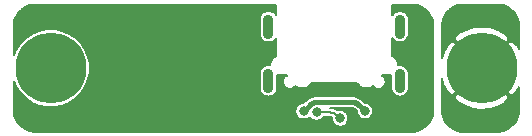
<source format=gbr>
G04 #@! TF.GenerationSoftware,KiCad,Pcbnew,(5.1.4)-1*
G04 #@! TF.CreationDate,2021-08-26T02:32:56-07:00*
G04 #@! TF.ProjectId,dboard,64626f61-7264-42e6-9b69-6361645f7063,rev?*
G04 #@! TF.SameCoordinates,Original*
G04 #@! TF.FileFunction,Copper,L1,Top*
G04 #@! TF.FilePolarity,Positive*
%FSLAX46Y46*%
G04 Gerber Fmt 4.6, Leading zero omitted, Abs format (unit mm)*
G04 Created by KiCad (PCBNEW (5.1.4)-1) date 2021-08-26 02:32:56*
%MOMM*%
%LPD*%
G04 APERTURE LIST*
%ADD10O,0.900000X2.050000*%
%ADD11C,0.800000*%
%ADD12C,6.000000*%
%ADD13C,0.400000*%
%ADD14C,0.200000*%
G04 APERTURE END LIST*
D10*
X-5575000Y-6830000D03*
X5575000Y-6830000D03*
X-5575000Y-2230000D03*
X5575000Y-2230000D03*
D11*
X10873654Y-4123654D03*
X12500000Y-3450000D03*
X14126346Y-4123654D03*
X14800000Y-5750000D03*
X14126346Y-7376346D03*
X12500000Y-8050000D03*
X10873654Y-7376346D03*
X10200000Y-5750000D03*
D12*
X12500000Y-5750000D03*
D11*
X-25626346Y-7376346D03*
X-24000000Y-8050000D03*
X-22373654Y-7376346D03*
X-21700000Y-5750000D03*
X-22373654Y-4123654D03*
X-24000000Y-3450000D03*
X-25626346Y-4123654D03*
X-26300000Y-5750000D03*
D12*
X-24000000Y-5750000D03*
D11*
X-4100000Y-8400000D03*
X4100000Y-8400000D03*
X-11200000Y-10300000D03*
X-13600000Y-4600000D03*
X-13800000Y-6600000D03*
X-10900000Y-2000000D03*
X-18500000Y-4600000D03*
X-18500000Y-8800000D03*
X-2600000Y-9400000D03*
X2600000Y-9400000D03*
X-1500000Y-9500000D03*
X500000Y-10000000D03*
D13*
X3782842Y-8082842D02*
X4100000Y-8400000D01*
X3782842Y-8082842D02*
X3748514Y-8050159D01*
X3748514Y-8050159D02*
X3712623Y-8019199D01*
X3712623Y-8019199D02*
X3675257Y-7990039D01*
X3675257Y-7990039D02*
X3636505Y-7962746D01*
X3636505Y-7962746D02*
X3596461Y-7937388D01*
X3596461Y-7937388D02*
X3555220Y-7914026D01*
X3555220Y-7914026D02*
X3512883Y-7892715D01*
X3512883Y-7892715D02*
X3469551Y-7873507D01*
X3469551Y-7873507D02*
X3425329Y-7856449D01*
X3425329Y-7856449D02*
X3380323Y-7841581D01*
X3380323Y-7841581D02*
X3334642Y-7828939D01*
X3334642Y-7828939D02*
X3288395Y-7818554D01*
X3288395Y-7818554D02*
X3241695Y-7810451D01*
X3241695Y-7810451D02*
X3194653Y-7804649D01*
X3194653Y-7804649D02*
X3147383Y-7801162D01*
X3147383Y-7801162D02*
X3100000Y-7800000D01*
X-3782842Y-8082842D02*
X-4100000Y-8400000D01*
X-3782842Y-8082842D02*
X-3748514Y-8050159D01*
X-3748514Y-8050159D02*
X-3712623Y-8019199D01*
X-3712623Y-8019199D02*
X-3675257Y-7990039D01*
X-3675257Y-7990039D02*
X-3636505Y-7962746D01*
X-3636505Y-7962746D02*
X-3596461Y-7937388D01*
X-3596461Y-7937388D02*
X-3555220Y-7914026D01*
X-3555220Y-7914026D02*
X-3512883Y-7892715D01*
X-3512883Y-7892715D02*
X-3469551Y-7873507D01*
X-3469551Y-7873507D02*
X-3425329Y-7856449D01*
X-3425329Y-7856449D02*
X-3380323Y-7841581D01*
X-3380323Y-7841581D02*
X-3334642Y-7828939D01*
X-3334642Y-7828939D02*
X-3288395Y-7818554D01*
X-3288395Y-7818554D02*
X-3241695Y-7810451D01*
X-3241695Y-7810451D02*
X-3194653Y-7804649D01*
X-3194653Y-7804649D02*
X-3147383Y-7801162D01*
X-3147383Y-7801162D02*
X-3100000Y-7800000D01*
X-3100000Y-7800000D02*
X3100000Y-7800000D01*
X-5434314Y-9734314D02*
X-4100000Y-8400000D01*
X-5434314Y-9734314D02*
X-5502970Y-9799680D01*
X-5502970Y-9799680D02*
X-5574750Y-9861598D01*
X-5574750Y-9861598D02*
X-5649483Y-9919920D01*
X-5649483Y-9919920D02*
X-5726987Y-9974504D01*
X-5726987Y-9974504D02*
X-5807076Y-10025220D01*
X-5807076Y-10025220D02*
X-5889557Y-10071945D01*
X-5889557Y-10071945D02*
X-5974232Y-10114567D01*
X-5974232Y-10114567D02*
X-6060896Y-10152982D01*
X-6060896Y-10152982D02*
X-6149340Y-10187099D01*
X-6149340Y-10187099D02*
X-6239352Y-10216835D01*
X-6239352Y-10216835D02*
X-6330714Y-10242118D01*
X-6330714Y-10242118D02*
X-6423208Y-10262888D01*
X-6423208Y-10262888D02*
X-6516608Y-10279095D01*
X-6516608Y-10279095D02*
X-6610692Y-10290699D01*
X-6610692Y-10290699D02*
X-6705232Y-10297673D01*
X-6705232Y-10297673D02*
X-6800000Y-10300000D01*
X-6800000Y-10300000D02*
X-11200000Y-10300000D01*
X2082842Y-8882842D02*
X2600000Y-9400000D01*
X2082842Y-8882842D02*
X2048514Y-8850159D01*
X2048514Y-8850159D02*
X2012623Y-8819199D01*
X2012623Y-8819199D02*
X1975257Y-8790039D01*
X1975257Y-8790039D02*
X1936505Y-8762746D01*
X1936505Y-8762746D02*
X1896461Y-8737388D01*
X1896461Y-8737388D02*
X1855220Y-8714026D01*
X1855220Y-8714026D02*
X1812883Y-8692715D01*
X1812883Y-8692715D02*
X1769551Y-8673507D01*
X1769551Y-8673507D02*
X1725329Y-8656449D01*
X1725329Y-8656449D02*
X1680323Y-8641581D01*
X1680323Y-8641581D02*
X1634642Y-8628939D01*
X1634642Y-8628939D02*
X1588395Y-8618554D01*
X1588395Y-8618554D02*
X1541695Y-8610451D01*
X1541695Y-8610451D02*
X1494653Y-8604649D01*
X1494653Y-8604649D02*
X1447383Y-8601162D01*
X1447383Y-8601162D02*
X1400000Y-8600000D01*
X-2082842Y-8882842D02*
X-2600000Y-9400000D01*
X-2082842Y-8882842D02*
X-2048514Y-8850159D01*
X-2048514Y-8850159D02*
X-2012623Y-8819199D01*
X-2012623Y-8819199D02*
X-1975257Y-8790039D01*
X-1975257Y-8790039D02*
X-1936505Y-8762746D01*
X-1936505Y-8762746D02*
X-1896461Y-8737388D01*
X-1896461Y-8737388D02*
X-1855220Y-8714026D01*
X-1855220Y-8714026D02*
X-1812883Y-8692715D01*
X-1812883Y-8692715D02*
X-1769551Y-8673507D01*
X-1769551Y-8673507D02*
X-1725329Y-8656449D01*
X-1725329Y-8656449D02*
X-1680323Y-8641581D01*
X-1680323Y-8641581D02*
X-1634642Y-8628939D01*
X-1634642Y-8628939D02*
X-1588395Y-8618554D01*
X-1588395Y-8618554D02*
X-1541695Y-8610451D01*
X-1541695Y-8610451D02*
X-1494653Y-8604649D01*
X-1494653Y-8604649D02*
X-1447383Y-8601162D01*
X-1447383Y-8601162D02*
X-1400000Y-8600000D01*
X-1400000Y-8600000D02*
X1400000Y-8600000D01*
D14*
X-400000Y-9500000D02*
X-1500000Y-9500000D01*
X-400000Y-9500000D02*
X-352616Y-9501163D01*
X-352616Y-9501163D02*
X-305346Y-9504650D01*
X-305346Y-9504650D02*
X-258304Y-9510452D01*
X-258304Y-9510452D02*
X-211604Y-9518555D01*
X-211604Y-9518555D02*
X-165357Y-9528940D01*
X-165357Y-9528940D02*
X-119676Y-9541582D01*
X-119676Y-9541582D02*
X-74670Y-9556449D01*
X-74670Y-9556449D02*
X-30448Y-9573508D01*
X-30448Y-9573508D02*
X12883Y-9592716D01*
X12883Y-9592716D02*
X55220Y-9614026D01*
X55220Y-9614026D02*
X96460Y-9637389D01*
X96460Y-9637389D02*
X136505Y-9662747D01*
X136505Y-9662747D02*
X175257Y-9690039D01*
X175257Y-9690039D02*
X212623Y-9719200D01*
X212623Y-9719200D02*
X248513Y-9750159D01*
X248513Y-9750159D02*
X282842Y-9782842D01*
X282842Y-9782842D02*
X500000Y-10000000D01*
G36*
X-4924999Y-1280051D02*
G01*
X-4948381Y-1236307D01*
X-5042105Y-1122105D01*
X-5156308Y-1028381D01*
X-5286600Y-958739D01*
X-5427975Y-915853D01*
X-5575000Y-901372D01*
X-5722026Y-915853D01*
X-5863401Y-958739D01*
X-5993693Y-1028381D01*
X-6107895Y-1122105D01*
X-6201619Y-1236308D01*
X-6271261Y-1366600D01*
X-6314147Y-1507975D01*
X-6325000Y-1618166D01*
X-6324999Y-2841835D01*
X-6314146Y-2952026D01*
X-6271260Y-3093401D01*
X-6201618Y-3223693D01*
X-6107894Y-3337895D01*
X-5993692Y-3431619D01*
X-5863400Y-3501261D01*
X-5722025Y-3544147D01*
X-5575000Y-3558628D01*
X-5427974Y-3544147D01*
X-5286599Y-3501261D01*
X-5156307Y-3431619D01*
X-5042105Y-3337895D01*
X-4948381Y-3223693D01*
X-4925000Y-3179949D01*
X-4925000Y-4710396D01*
X-4927628Y-4711817D01*
X-5013141Y-4758828D01*
X-5041203Y-4778042D01*
X-5069496Y-4796840D01*
X-5073531Y-4800178D01*
X-5148283Y-4862903D01*
X-5172071Y-4887195D01*
X-5196178Y-4911134D01*
X-5199487Y-4915191D01*
X-5260633Y-4991241D01*
X-5279244Y-5019682D01*
X-5298250Y-5047859D01*
X-5300708Y-5052482D01*
X-5345919Y-5138961D01*
X-5358677Y-5170539D01*
X-5371820Y-5201805D01*
X-5373334Y-5206818D01*
X-5400886Y-5300429D01*
X-5407259Y-5333837D01*
X-5414089Y-5367111D01*
X-5414601Y-5372322D01*
X-5423445Y-5469505D01*
X-5423207Y-5503529D01*
X-5423303Y-5517270D01*
X-5427975Y-5515853D01*
X-5575000Y-5501372D01*
X-5722026Y-5515853D01*
X-5863401Y-5558739D01*
X-5993693Y-5628381D01*
X-6107895Y-5722105D01*
X-6201619Y-5836308D01*
X-6271261Y-5966600D01*
X-6314147Y-6107975D01*
X-6325000Y-6218166D01*
X-6324999Y-7441835D01*
X-6314146Y-7552026D01*
X-6271260Y-7693401D01*
X-6201618Y-7823693D01*
X-6107894Y-7937895D01*
X-5993692Y-8031619D01*
X-5863400Y-8101261D01*
X-5722025Y-8144147D01*
X-5575000Y-8158628D01*
X-5427974Y-8144147D01*
X-5286599Y-8101261D01*
X-5156307Y-8031619D01*
X-5042105Y-7937895D01*
X-4948381Y-7823693D01*
X-4878739Y-7693401D01*
X-4835853Y-7552026D01*
X-4825000Y-7441835D01*
X-4825000Y-6328490D01*
X-4755505Y-6349472D01*
X-4722176Y-6356072D01*
X-4688916Y-6363141D01*
X-4683715Y-6363687D01*
X-4683712Y-6363688D01*
X-4683709Y-6363688D01*
X-4587092Y-6373161D01*
X-4568419Y-6375000D01*
X-4026271Y-6375000D01*
X-4034207Y-6378287D01*
X-4132478Y-6443950D01*
X-4216050Y-6527522D01*
X-4281713Y-6625793D01*
X-4326942Y-6734986D01*
X-4350000Y-6850905D01*
X-4350000Y-6969095D01*
X-4326942Y-7085014D01*
X-4281713Y-7194207D01*
X-4216050Y-7292478D01*
X-4132478Y-7376050D01*
X-4034207Y-7441713D01*
X-3925014Y-7486942D01*
X-3809095Y-7510000D01*
X-3690905Y-7510000D01*
X-3574986Y-7486942D01*
X-3465793Y-7441713D01*
X-3367522Y-7376050D01*
X-3283950Y-7292478D01*
X-3265564Y-7264961D01*
X-3208759Y-7310633D01*
X-3180318Y-7329244D01*
X-3152141Y-7348250D01*
X-3147518Y-7350709D01*
X-3061038Y-7395919D01*
X-3029486Y-7408667D01*
X-2998195Y-7421820D01*
X-2993183Y-7423334D01*
X-2899571Y-7450886D01*
X-2866156Y-7457260D01*
X-2832888Y-7464089D01*
X-2827677Y-7464601D01*
X-2730495Y-7473445D01*
X-2696470Y-7473207D01*
X-2662523Y-7473444D01*
X-2657311Y-7472934D01*
X-2560263Y-7462734D01*
X-2526919Y-7455889D01*
X-2493584Y-7449530D01*
X-2488571Y-7448017D01*
X-2395352Y-7419162D01*
X-2363984Y-7405976D01*
X-2332505Y-7393257D01*
X-2327881Y-7390799D01*
X-2242044Y-7344387D01*
X-2213857Y-7325374D01*
X-2185427Y-7306770D01*
X-2181369Y-7303461D01*
X-2106181Y-7241259D01*
X-2082259Y-7217169D01*
X-2057951Y-7193365D01*
X-2054613Y-7189330D01*
X-1992937Y-7113709D01*
X-1974144Y-7085424D01*
X-1954923Y-7057352D01*
X-1952433Y-7052746D01*
X-1911095Y-6975000D01*
X1910396Y-6975000D01*
X1911815Y-6977624D01*
X1911817Y-6977629D01*
X1911820Y-6977633D01*
X1958828Y-7063141D01*
X1978042Y-7091203D01*
X1996840Y-7119496D01*
X2000178Y-7123531D01*
X2062902Y-7198283D01*
X2087230Y-7222106D01*
X2111134Y-7246178D01*
X2115191Y-7249487D01*
X2191241Y-7310633D01*
X2219682Y-7329244D01*
X2247859Y-7348250D01*
X2252482Y-7350709D01*
X2338962Y-7395919D01*
X2370514Y-7408667D01*
X2401805Y-7421820D01*
X2406817Y-7423334D01*
X2500429Y-7450886D01*
X2533844Y-7457260D01*
X2567112Y-7464089D01*
X2572323Y-7464601D01*
X2669505Y-7473445D01*
X2703530Y-7473207D01*
X2737477Y-7473444D01*
X2742689Y-7472934D01*
X2839737Y-7462734D01*
X2873081Y-7455889D01*
X2906416Y-7449530D01*
X2911429Y-7448017D01*
X3004648Y-7419162D01*
X3036016Y-7405976D01*
X3067495Y-7393257D01*
X3072119Y-7390799D01*
X3157956Y-7344387D01*
X3186143Y-7325374D01*
X3214573Y-7306770D01*
X3218631Y-7303461D01*
X3265423Y-7264751D01*
X3283950Y-7292478D01*
X3367522Y-7376050D01*
X3465793Y-7441713D01*
X3574986Y-7486942D01*
X3690905Y-7510000D01*
X3809095Y-7510000D01*
X3925014Y-7486942D01*
X4034207Y-7441713D01*
X4132478Y-7376050D01*
X4216050Y-7292478D01*
X4281713Y-7194207D01*
X4326942Y-7085014D01*
X4350000Y-6969095D01*
X4350000Y-6850905D01*
X4326942Y-6734986D01*
X4281713Y-6625793D01*
X4216050Y-6527522D01*
X4132478Y-6443950D01*
X4034207Y-6378287D01*
X4026271Y-6375000D01*
X4568419Y-6375000D01*
X4587092Y-6373161D01*
X4593572Y-6373161D01*
X4598780Y-6372614D01*
X4695755Y-6361737D01*
X4729005Y-6354670D01*
X4762342Y-6348069D01*
X4767344Y-6346521D01*
X4825000Y-6328232D01*
X4825001Y-7441835D01*
X4835854Y-7552026D01*
X4878740Y-7693401D01*
X4948382Y-7823693D01*
X5042106Y-7937895D01*
X5156308Y-8031619D01*
X5286600Y-8101261D01*
X5427975Y-8144147D01*
X5575000Y-8158628D01*
X5722026Y-8144147D01*
X5863401Y-8101261D01*
X5993693Y-8031619D01*
X6107895Y-7937895D01*
X6201619Y-7823693D01*
X6271261Y-7693401D01*
X6314147Y-7552026D01*
X6325000Y-7441835D01*
X6325000Y-6218165D01*
X6314147Y-6107974D01*
X6271261Y-5966599D01*
X6201619Y-5836307D01*
X6107895Y-5722105D01*
X5993692Y-5628381D01*
X5863400Y-5558739D01*
X5722025Y-5515853D01*
X5575000Y-5501372D01*
X5427974Y-5515853D01*
X5423352Y-5517255D01*
X5423207Y-5496470D01*
X5423444Y-5462523D01*
X5422934Y-5457312D01*
X5412734Y-5360263D01*
X5405889Y-5326919D01*
X5399530Y-5293584D01*
X5398017Y-5288571D01*
X5369161Y-5195352D01*
X5355994Y-5164030D01*
X5343257Y-5132504D01*
X5340799Y-5127881D01*
X5294386Y-5042043D01*
X5275380Y-5013866D01*
X5256770Y-4985427D01*
X5253461Y-4981369D01*
X5191259Y-4906180D01*
X5167097Y-4882187D01*
X5143364Y-4857951D01*
X5139330Y-4854613D01*
X5139327Y-4854610D01*
X5139323Y-4854608D01*
X5063709Y-4792937D01*
X5035424Y-4774144D01*
X5007352Y-4754923D01*
X5002746Y-4752433D01*
X4925000Y-4711095D01*
X4925000Y-3179948D01*
X4948382Y-3223693D01*
X5042106Y-3337895D01*
X5156308Y-3431619D01*
X5286600Y-3501261D01*
X5427975Y-3544147D01*
X5575000Y-3558628D01*
X5722026Y-3544147D01*
X5863401Y-3501261D01*
X5993693Y-3431619D01*
X6107895Y-3337895D01*
X6201619Y-3223693D01*
X6271261Y-3093401D01*
X6314147Y-2952026D01*
X6325000Y-2841835D01*
X6325000Y-1618165D01*
X6314147Y-1507974D01*
X6271261Y-1366599D01*
X6201619Y-1236307D01*
X6107895Y-1122105D01*
X5993692Y-1028381D01*
X5863400Y-958739D01*
X5722025Y-915853D01*
X5575000Y-901372D01*
X5427974Y-915853D01*
X5286599Y-958739D01*
X5156307Y-1028381D01*
X5042105Y-1122105D01*
X4948381Y-1236308D01*
X4925000Y-1280051D01*
X4925000Y-375000D01*
X6795222Y-375000D01*
X7035223Y-427210D01*
X7289181Y-521931D01*
X7527080Y-651834D01*
X7744065Y-814267D01*
X7935733Y-1005935D01*
X8098166Y-1222920D01*
X8228069Y-1460819D01*
X8322790Y-1714777D01*
X8380409Y-1979642D01*
X8400000Y-2253569D01*
X8400000Y-9246431D01*
X8380409Y-9520358D01*
X8322790Y-9785223D01*
X8228069Y-10039181D01*
X8098166Y-10277080D01*
X7935733Y-10494065D01*
X7744065Y-10685733D01*
X7527080Y-10848166D01*
X7289181Y-10978069D01*
X7035223Y-11072790D01*
X6795222Y-11125000D01*
X-25481662Y-11125000D01*
X-25597379Y-11113654D01*
X-25785223Y-11072790D01*
X-26039181Y-10978069D01*
X-26277080Y-10848166D01*
X-26494065Y-10685733D01*
X-26685733Y-10494065D01*
X-26848166Y-10277080D01*
X-26978069Y-10039181D01*
X-27072790Y-9785223D01*
X-27114551Y-9593253D01*
X-27125000Y-9493841D01*
X-27125000Y-9331056D01*
X-3300000Y-9331056D01*
X-3300000Y-9468944D01*
X-3273099Y-9604182D01*
X-3220332Y-9731574D01*
X-3143726Y-9846224D01*
X-3046224Y-9943726D01*
X-2931574Y-10020332D01*
X-2804182Y-10073099D01*
X-2668944Y-10100000D01*
X-2531056Y-10100000D01*
X-2395818Y-10073099D01*
X-2268426Y-10020332D01*
X-2153776Y-9943726D01*
X-2088806Y-9878756D01*
X-2043726Y-9946224D01*
X-1946224Y-10043726D01*
X-1831574Y-10120332D01*
X-1704182Y-10173099D01*
X-1568944Y-10200000D01*
X-1431056Y-10200000D01*
X-1295818Y-10173099D01*
X-1168426Y-10120332D01*
X-1053776Y-10043726D01*
X-956274Y-9946224D01*
X-925388Y-9900000D01*
X-404886Y-9900000D01*
X-372248Y-9900801D01*
X-344557Y-9902844D01*
X-317018Y-9906240D01*
X-289660Y-9910988D01*
X-262581Y-9917068D01*
X-235830Y-9924471D01*
X-209468Y-9933179D01*
X-200000Y-9936832D01*
X-200000Y-10068944D01*
X-173099Y-10204182D01*
X-120332Y-10331574D01*
X-43726Y-10446224D01*
X53776Y-10543726D01*
X168426Y-10620332D01*
X295818Y-10673099D01*
X431056Y-10700000D01*
X568944Y-10700000D01*
X704182Y-10673099D01*
X831574Y-10620332D01*
X946224Y-10543726D01*
X1043726Y-10446224D01*
X1120332Y-10331574D01*
X1173099Y-10204182D01*
X1200000Y-10068944D01*
X1200000Y-9931056D01*
X1173099Y-9795818D01*
X1120332Y-9668426D01*
X1043726Y-9553776D01*
X946224Y-9456274D01*
X831574Y-9379668D01*
X704182Y-9326901D01*
X568944Y-9300000D01*
X431056Y-9300000D01*
X339949Y-9318123D01*
X318753Y-9304700D01*
X310719Y-9299042D01*
X302161Y-9294194D01*
X293858Y-9288936D01*
X285089Y-9284522D01*
X260906Y-9270822D01*
X252609Y-9265568D01*
X243847Y-9261158D01*
X235290Y-9256310D01*
X226291Y-9252321D01*
X201484Y-9239835D01*
X192945Y-9234997D01*
X183963Y-9231015D01*
X175173Y-9226591D01*
X166003Y-9223054D01*
X140633Y-9211808D01*
X131845Y-9207384D01*
X122667Y-9203844D01*
X113692Y-9199865D01*
X104369Y-9196785D01*
X78440Y-9186783D01*
X69450Y-9182798D01*
X60125Y-9179718D01*
X50962Y-9176183D01*
X41486Y-9173561D01*
X15110Y-9164848D01*
X5947Y-9161313D01*
X-3529Y-9158691D01*
X-12867Y-9155606D01*
X-22454Y-9153453D01*
X-49207Y-9146050D01*
X-58548Y-9142964D01*
X-68144Y-9140809D01*
X-77605Y-9138191D01*
X-87282Y-9136512D01*
X-114389Y-9130425D01*
X-123864Y-9127803D01*
X-133550Y-9126122D01*
X-143135Y-9123970D01*
X-152885Y-9122767D01*
X-180268Y-9118016D01*
X-189842Y-9115866D01*
X-199580Y-9114665D01*
X-209279Y-9112982D01*
X-219096Y-9112258D01*
X-246639Y-9108861D01*
X-256326Y-9107180D01*
X-266131Y-9106457D01*
X-275882Y-9105254D01*
X-285704Y-9105013D01*
X-313404Y-9102969D01*
X-323161Y-9101766D01*
X-332983Y-9101525D01*
X-342783Y-9100802D01*
X-352611Y-9101043D01*
X-375453Y-9100483D01*
X-380353Y-9100000D01*
X1393898Y-9100000D01*
X1422843Y-9100710D01*
X1445624Y-9102390D01*
X1468317Y-9105189D01*
X1490816Y-9109093D01*
X1513115Y-9114100D01*
X1535144Y-9120196D01*
X1556823Y-9127358D01*
X1578152Y-9135585D01*
X1599032Y-9144841D01*
X1619463Y-9155126D01*
X1639327Y-9166378D01*
X1658635Y-9178605D01*
X1677308Y-9191755D01*
X1695339Y-9205827D01*
X1712632Y-9220744D01*
X1733649Y-9240754D01*
X1900000Y-9407106D01*
X1900000Y-9468944D01*
X1926901Y-9604182D01*
X1979668Y-9731574D01*
X2056274Y-9846224D01*
X2153776Y-9943726D01*
X2268426Y-10020332D01*
X2395818Y-10073099D01*
X2531056Y-10100000D01*
X2668944Y-10100000D01*
X2804182Y-10073099D01*
X2931574Y-10020332D01*
X3046224Y-9943726D01*
X3143726Y-9846224D01*
X3220332Y-9731574D01*
X3273099Y-9604182D01*
X3300000Y-9468944D01*
X3300000Y-9331056D01*
X3273099Y-9195818D01*
X3220332Y-9068426D01*
X3143726Y-8953776D01*
X3046224Y-8856274D01*
X2931574Y-8779668D01*
X2804182Y-8726901D01*
X2668944Y-8700000D01*
X2607106Y-8700000D01*
X2449416Y-8542311D01*
X2445399Y-8537654D01*
X2432045Y-8524940D01*
X2419028Y-8511923D01*
X2414281Y-8508027D01*
X2402171Y-8496497D01*
X2393698Y-8487598D01*
X2384390Y-8479569D01*
X2375496Y-8471101D01*
X2365814Y-8463545D01*
X2348495Y-8448605D01*
X2339596Y-8440133D01*
X2329915Y-8432578D01*
X2320613Y-8424554D01*
X2310564Y-8417477D01*
X2292548Y-8403417D01*
X2283246Y-8395393D01*
X2273194Y-8388314D01*
X2263506Y-8380753D01*
X2253132Y-8374184D01*
X2234437Y-8361017D01*
X2224756Y-8353462D01*
X2214380Y-8346891D01*
X2204334Y-8339816D01*
X2193644Y-8333760D01*
X2174321Y-8321524D01*
X2164273Y-8314447D01*
X2153589Y-8308395D01*
X2143213Y-8301824D01*
X2132235Y-8296298D01*
X2112341Y-8285028D01*
X2101965Y-8278458D01*
X2090988Y-8272933D01*
X2080293Y-8266874D01*
X2069067Y-8261898D01*
X2048646Y-8251619D01*
X2037958Y-8245564D01*
X2026730Y-8240587D01*
X2015754Y-8235062D01*
X2004286Y-8230638D01*
X1983389Y-8221375D01*
X1972410Y-8215849D01*
X1960942Y-8211426D01*
X1949720Y-8206451D01*
X1938061Y-8202599D01*
X1916726Y-8194370D01*
X1905490Y-8189389D01*
X1893817Y-8185533D01*
X1882359Y-8181113D01*
X1870526Y-8177839D01*
X1848810Y-8170664D01*
X1837353Y-8166245D01*
X1825516Y-8162969D01*
X1813843Y-8159113D01*
X1801852Y-8156420D01*
X1779831Y-8150326D01*
X1768155Y-8146469D01*
X1756159Y-8143775D01*
X1744331Y-8140502D01*
X1732234Y-8138403D01*
X1709908Y-8133390D01*
X1698072Y-8130114D01*
X1685971Y-8128014D01*
X1673981Y-8125322D01*
X1661783Y-8123818D01*
X1639264Y-8119910D01*
X1627274Y-8117218D01*
X1615074Y-8115713D01*
X1602975Y-8113614D01*
X1590732Y-8112711D01*
X1568029Y-8109911D01*
X1555929Y-8107811D01*
X1543680Y-8106907D01*
X1531482Y-8105403D01*
X1519195Y-8105101D01*
X1496394Y-8103420D01*
X1484193Y-8101915D01*
X1471914Y-8101614D01*
X1459673Y-8100711D01*
X1447388Y-8101012D01*
X1430680Y-8100603D01*
X1424560Y-8100000D01*
X1406098Y-8100000D01*
X1387706Y-8099549D01*
X1381594Y-8100000D01*
X-1381594Y-8100000D01*
X-1387706Y-8099549D01*
X-1406098Y-8100000D01*
X-1424560Y-8100000D01*
X-1430680Y-8100603D01*
X-1447389Y-8101013D01*
X-1459674Y-8100711D01*
X-1471915Y-8101614D01*
X-1484193Y-8101915D01*
X-1496393Y-8103419D01*
X-1519196Y-8105101D01*
X-1531483Y-8105403D01*
X-1543680Y-8106907D01*
X-1555930Y-8107811D01*
X-1568031Y-8109911D01*
X-1590733Y-8112711D01*
X-1602975Y-8113614D01*
X-1615073Y-8115713D01*
X-1627274Y-8117218D01*
X-1639264Y-8119910D01*
X-1661785Y-8123818D01*
X-1673980Y-8125322D01*
X-1685967Y-8128014D01*
X-1698072Y-8130114D01*
X-1709911Y-8133390D01*
X-1732228Y-8138402D01*
X-1744331Y-8140502D01*
X-1756163Y-8143776D01*
X-1768154Y-8146469D01*
X-1779825Y-8150325D01*
X-1801867Y-8156425D01*
X-1813843Y-8159114D01*
X-1825497Y-8162964D01*
X-1837353Y-8166245D01*
X-1848828Y-8170671D01*
X-1870508Y-8177833D01*
X-1882359Y-8181113D01*
X-1893835Y-8185540D01*
X-1905490Y-8189390D01*
X-1916709Y-8194363D01*
X-1938055Y-8202597D01*
X-1949721Y-8206451D01*
X-1960949Y-8211428D01*
X-1972410Y-8215849D01*
X-1983384Y-8221373D01*
X-2004289Y-8230639D01*
X-2015754Y-8235062D01*
X-2026730Y-8240587D01*
X-2037958Y-8245564D01*
X-2048642Y-8251617D01*
X-2069080Y-8261904D01*
X-2080294Y-8266875D01*
X-2090975Y-8272926D01*
X-2101966Y-8278458D01*
X-2112352Y-8285035D01*
X-2132233Y-8296297D01*
X-2143213Y-8301824D01*
X-2153592Y-8308396D01*
X-2164273Y-8314447D01*
X-2174318Y-8321521D01*
X-2193654Y-8333765D01*
X-2204334Y-8339816D01*
X-2214367Y-8346882D01*
X-2224756Y-8353461D01*
X-2234448Y-8361025D01*
X-2253127Y-8374181D01*
X-2263505Y-8380752D01*
X-2273199Y-8388317D01*
X-2283246Y-8395393D01*
X-2292540Y-8403410D01*
X-2310572Y-8417482D01*
X-2320613Y-8424554D01*
X-2329904Y-8432569D01*
X-2339596Y-8440132D01*
X-2348504Y-8448613D01*
X-2365806Y-8463538D01*
X-2375497Y-8471101D01*
X-2384400Y-8479577D01*
X-2393698Y-8487598D01*
X-2402166Y-8496493D01*
X-2414270Y-8508017D01*
X-2419029Y-8511922D01*
X-2432081Y-8524974D01*
X-2445399Y-8537654D01*
X-2449405Y-8542299D01*
X-2607106Y-8700000D01*
X-2668944Y-8700000D01*
X-2804182Y-8726901D01*
X-2931574Y-8779668D01*
X-3046224Y-8856274D01*
X-3143726Y-8953776D01*
X-3220332Y-9068426D01*
X-3273099Y-9195818D01*
X-3300000Y-9331056D01*
X-27125000Y-9331056D01*
X-27125000Y-6828898D01*
X-26924422Y-7313136D01*
X-26563277Y-7853627D01*
X-26103627Y-8313277D01*
X-25563136Y-8674422D01*
X-24962574Y-8923183D01*
X-24325022Y-9050000D01*
X-23674978Y-9050000D01*
X-23037426Y-8923183D01*
X-22436864Y-8674422D01*
X-21896373Y-8313277D01*
X-21436723Y-7853627D01*
X-21075578Y-7313136D01*
X-20826817Y-6712574D01*
X-20700000Y-6075022D01*
X-20700000Y-5424978D01*
X-20826817Y-4787426D01*
X-21075578Y-4186864D01*
X-21436723Y-3646373D01*
X-21896373Y-3186723D01*
X-22436864Y-2825578D01*
X-23037426Y-2576817D01*
X-23674978Y-2450000D01*
X-24325022Y-2450000D01*
X-24962574Y-2576817D01*
X-25563136Y-2825578D01*
X-26103627Y-3186723D01*
X-26563277Y-3646373D01*
X-26924422Y-4186864D01*
X-27125000Y-4671102D01*
X-27125000Y-2018338D01*
X-27113654Y-1902620D01*
X-27072790Y-1714777D01*
X-26978069Y-1460819D01*
X-26848166Y-1222920D01*
X-26685733Y-1005935D01*
X-26494065Y-814267D01*
X-26277080Y-651834D01*
X-26039181Y-521931D01*
X-25785223Y-427210D01*
X-25593253Y-385449D01*
X-25493841Y-375000D01*
X-4924999Y-375000D01*
X-4924999Y-1280051D01*
X-4924999Y-1280051D01*
G37*
X-4924999Y-1280051D02*
X-4948381Y-1236307D01*
X-5042105Y-1122105D01*
X-5156308Y-1028381D01*
X-5286600Y-958739D01*
X-5427975Y-915853D01*
X-5575000Y-901372D01*
X-5722026Y-915853D01*
X-5863401Y-958739D01*
X-5993693Y-1028381D01*
X-6107895Y-1122105D01*
X-6201619Y-1236308D01*
X-6271261Y-1366600D01*
X-6314147Y-1507975D01*
X-6325000Y-1618166D01*
X-6324999Y-2841835D01*
X-6314146Y-2952026D01*
X-6271260Y-3093401D01*
X-6201618Y-3223693D01*
X-6107894Y-3337895D01*
X-5993692Y-3431619D01*
X-5863400Y-3501261D01*
X-5722025Y-3544147D01*
X-5575000Y-3558628D01*
X-5427974Y-3544147D01*
X-5286599Y-3501261D01*
X-5156307Y-3431619D01*
X-5042105Y-3337895D01*
X-4948381Y-3223693D01*
X-4925000Y-3179949D01*
X-4925000Y-4710396D01*
X-4927628Y-4711817D01*
X-5013141Y-4758828D01*
X-5041203Y-4778042D01*
X-5069496Y-4796840D01*
X-5073531Y-4800178D01*
X-5148283Y-4862903D01*
X-5172071Y-4887195D01*
X-5196178Y-4911134D01*
X-5199487Y-4915191D01*
X-5260633Y-4991241D01*
X-5279244Y-5019682D01*
X-5298250Y-5047859D01*
X-5300708Y-5052482D01*
X-5345919Y-5138961D01*
X-5358677Y-5170539D01*
X-5371820Y-5201805D01*
X-5373334Y-5206818D01*
X-5400886Y-5300429D01*
X-5407259Y-5333837D01*
X-5414089Y-5367111D01*
X-5414601Y-5372322D01*
X-5423445Y-5469505D01*
X-5423207Y-5503529D01*
X-5423303Y-5517270D01*
X-5427975Y-5515853D01*
X-5575000Y-5501372D01*
X-5722026Y-5515853D01*
X-5863401Y-5558739D01*
X-5993693Y-5628381D01*
X-6107895Y-5722105D01*
X-6201619Y-5836308D01*
X-6271261Y-5966600D01*
X-6314147Y-6107975D01*
X-6325000Y-6218166D01*
X-6324999Y-7441835D01*
X-6314146Y-7552026D01*
X-6271260Y-7693401D01*
X-6201618Y-7823693D01*
X-6107894Y-7937895D01*
X-5993692Y-8031619D01*
X-5863400Y-8101261D01*
X-5722025Y-8144147D01*
X-5575000Y-8158628D01*
X-5427974Y-8144147D01*
X-5286599Y-8101261D01*
X-5156307Y-8031619D01*
X-5042105Y-7937895D01*
X-4948381Y-7823693D01*
X-4878739Y-7693401D01*
X-4835853Y-7552026D01*
X-4825000Y-7441835D01*
X-4825000Y-6328490D01*
X-4755505Y-6349472D01*
X-4722176Y-6356072D01*
X-4688916Y-6363141D01*
X-4683715Y-6363687D01*
X-4683712Y-6363688D01*
X-4683709Y-6363688D01*
X-4587092Y-6373161D01*
X-4568419Y-6375000D01*
X-4026271Y-6375000D01*
X-4034207Y-6378287D01*
X-4132478Y-6443950D01*
X-4216050Y-6527522D01*
X-4281713Y-6625793D01*
X-4326942Y-6734986D01*
X-4350000Y-6850905D01*
X-4350000Y-6969095D01*
X-4326942Y-7085014D01*
X-4281713Y-7194207D01*
X-4216050Y-7292478D01*
X-4132478Y-7376050D01*
X-4034207Y-7441713D01*
X-3925014Y-7486942D01*
X-3809095Y-7510000D01*
X-3690905Y-7510000D01*
X-3574986Y-7486942D01*
X-3465793Y-7441713D01*
X-3367522Y-7376050D01*
X-3283950Y-7292478D01*
X-3265564Y-7264961D01*
X-3208759Y-7310633D01*
X-3180318Y-7329244D01*
X-3152141Y-7348250D01*
X-3147518Y-7350709D01*
X-3061038Y-7395919D01*
X-3029486Y-7408667D01*
X-2998195Y-7421820D01*
X-2993183Y-7423334D01*
X-2899571Y-7450886D01*
X-2866156Y-7457260D01*
X-2832888Y-7464089D01*
X-2827677Y-7464601D01*
X-2730495Y-7473445D01*
X-2696470Y-7473207D01*
X-2662523Y-7473444D01*
X-2657311Y-7472934D01*
X-2560263Y-7462734D01*
X-2526919Y-7455889D01*
X-2493584Y-7449530D01*
X-2488571Y-7448017D01*
X-2395352Y-7419162D01*
X-2363984Y-7405976D01*
X-2332505Y-7393257D01*
X-2327881Y-7390799D01*
X-2242044Y-7344387D01*
X-2213857Y-7325374D01*
X-2185427Y-7306770D01*
X-2181369Y-7303461D01*
X-2106181Y-7241259D01*
X-2082259Y-7217169D01*
X-2057951Y-7193365D01*
X-2054613Y-7189330D01*
X-1992937Y-7113709D01*
X-1974144Y-7085424D01*
X-1954923Y-7057352D01*
X-1952433Y-7052746D01*
X-1911095Y-6975000D01*
X1910396Y-6975000D01*
X1911815Y-6977624D01*
X1911817Y-6977629D01*
X1911820Y-6977633D01*
X1958828Y-7063141D01*
X1978042Y-7091203D01*
X1996840Y-7119496D01*
X2000178Y-7123531D01*
X2062902Y-7198283D01*
X2087230Y-7222106D01*
X2111134Y-7246178D01*
X2115191Y-7249487D01*
X2191241Y-7310633D01*
X2219682Y-7329244D01*
X2247859Y-7348250D01*
X2252482Y-7350709D01*
X2338962Y-7395919D01*
X2370514Y-7408667D01*
X2401805Y-7421820D01*
X2406817Y-7423334D01*
X2500429Y-7450886D01*
X2533844Y-7457260D01*
X2567112Y-7464089D01*
X2572323Y-7464601D01*
X2669505Y-7473445D01*
X2703530Y-7473207D01*
X2737477Y-7473444D01*
X2742689Y-7472934D01*
X2839737Y-7462734D01*
X2873081Y-7455889D01*
X2906416Y-7449530D01*
X2911429Y-7448017D01*
X3004648Y-7419162D01*
X3036016Y-7405976D01*
X3067495Y-7393257D01*
X3072119Y-7390799D01*
X3157956Y-7344387D01*
X3186143Y-7325374D01*
X3214573Y-7306770D01*
X3218631Y-7303461D01*
X3265423Y-7264751D01*
X3283950Y-7292478D01*
X3367522Y-7376050D01*
X3465793Y-7441713D01*
X3574986Y-7486942D01*
X3690905Y-7510000D01*
X3809095Y-7510000D01*
X3925014Y-7486942D01*
X4034207Y-7441713D01*
X4132478Y-7376050D01*
X4216050Y-7292478D01*
X4281713Y-7194207D01*
X4326942Y-7085014D01*
X4350000Y-6969095D01*
X4350000Y-6850905D01*
X4326942Y-6734986D01*
X4281713Y-6625793D01*
X4216050Y-6527522D01*
X4132478Y-6443950D01*
X4034207Y-6378287D01*
X4026271Y-6375000D01*
X4568419Y-6375000D01*
X4587092Y-6373161D01*
X4593572Y-6373161D01*
X4598780Y-6372614D01*
X4695755Y-6361737D01*
X4729005Y-6354670D01*
X4762342Y-6348069D01*
X4767344Y-6346521D01*
X4825000Y-6328232D01*
X4825001Y-7441835D01*
X4835854Y-7552026D01*
X4878740Y-7693401D01*
X4948382Y-7823693D01*
X5042106Y-7937895D01*
X5156308Y-8031619D01*
X5286600Y-8101261D01*
X5427975Y-8144147D01*
X5575000Y-8158628D01*
X5722026Y-8144147D01*
X5863401Y-8101261D01*
X5993693Y-8031619D01*
X6107895Y-7937895D01*
X6201619Y-7823693D01*
X6271261Y-7693401D01*
X6314147Y-7552026D01*
X6325000Y-7441835D01*
X6325000Y-6218165D01*
X6314147Y-6107974D01*
X6271261Y-5966599D01*
X6201619Y-5836307D01*
X6107895Y-5722105D01*
X5993692Y-5628381D01*
X5863400Y-5558739D01*
X5722025Y-5515853D01*
X5575000Y-5501372D01*
X5427974Y-5515853D01*
X5423352Y-5517255D01*
X5423207Y-5496470D01*
X5423444Y-5462523D01*
X5422934Y-5457312D01*
X5412734Y-5360263D01*
X5405889Y-5326919D01*
X5399530Y-5293584D01*
X5398017Y-5288571D01*
X5369161Y-5195352D01*
X5355994Y-5164030D01*
X5343257Y-5132504D01*
X5340799Y-5127881D01*
X5294386Y-5042043D01*
X5275380Y-5013866D01*
X5256770Y-4985427D01*
X5253461Y-4981369D01*
X5191259Y-4906180D01*
X5167097Y-4882187D01*
X5143364Y-4857951D01*
X5139330Y-4854613D01*
X5139327Y-4854610D01*
X5139323Y-4854608D01*
X5063709Y-4792937D01*
X5035424Y-4774144D01*
X5007352Y-4754923D01*
X5002746Y-4752433D01*
X4925000Y-4711095D01*
X4925000Y-3179948D01*
X4948382Y-3223693D01*
X5042106Y-3337895D01*
X5156308Y-3431619D01*
X5286600Y-3501261D01*
X5427975Y-3544147D01*
X5575000Y-3558628D01*
X5722026Y-3544147D01*
X5863401Y-3501261D01*
X5993693Y-3431619D01*
X6107895Y-3337895D01*
X6201619Y-3223693D01*
X6271261Y-3093401D01*
X6314147Y-2952026D01*
X6325000Y-2841835D01*
X6325000Y-1618165D01*
X6314147Y-1507974D01*
X6271261Y-1366599D01*
X6201619Y-1236307D01*
X6107895Y-1122105D01*
X5993692Y-1028381D01*
X5863400Y-958739D01*
X5722025Y-915853D01*
X5575000Y-901372D01*
X5427974Y-915853D01*
X5286599Y-958739D01*
X5156307Y-1028381D01*
X5042105Y-1122105D01*
X4948381Y-1236308D01*
X4925000Y-1280051D01*
X4925000Y-375000D01*
X6795222Y-375000D01*
X7035223Y-427210D01*
X7289181Y-521931D01*
X7527080Y-651834D01*
X7744065Y-814267D01*
X7935733Y-1005935D01*
X8098166Y-1222920D01*
X8228069Y-1460819D01*
X8322790Y-1714777D01*
X8380409Y-1979642D01*
X8400000Y-2253569D01*
X8400000Y-9246431D01*
X8380409Y-9520358D01*
X8322790Y-9785223D01*
X8228069Y-10039181D01*
X8098166Y-10277080D01*
X7935733Y-10494065D01*
X7744065Y-10685733D01*
X7527080Y-10848166D01*
X7289181Y-10978069D01*
X7035223Y-11072790D01*
X6795222Y-11125000D01*
X-25481662Y-11125000D01*
X-25597379Y-11113654D01*
X-25785223Y-11072790D01*
X-26039181Y-10978069D01*
X-26277080Y-10848166D01*
X-26494065Y-10685733D01*
X-26685733Y-10494065D01*
X-26848166Y-10277080D01*
X-26978069Y-10039181D01*
X-27072790Y-9785223D01*
X-27114551Y-9593253D01*
X-27125000Y-9493841D01*
X-27125000Y-9331056D01*
X-3300000Y-9331056D01*
X-3300000Y-9468944D01*
X-3273099Y-9604182D01*
X-3220332Y-9731574D01*
X-3143726Y-9846224D01*
X-3046224Y-9943726D01*
X-2931574Y-10020332D01*
X-2804182Y-10073099D01*
X-2668944Y-10100000D01*
X-2531056Y-10100000D01*
X-2395818Y-10073099D01*
X-2268426Y-10020332D01*
X-2153776Y-9943726D01*
X-2088806Y-9878756D01*
X-2043726Y-9946224D01*
X-1946224Y-10043726D01*
X-1831574Y-10120332D01*
X-1704182Y-10173099D01*
X-1568944Y-10200000D01*
X-1431056Y-10200000D01*
X-1295818Y-10173099D01*
X-1168426Y-10120332D01*
X-1053776Y-10043726D01*
X-956274Y-9946224D01*
X-925388Y-9900000D01*
X-404886Y-9900000D01*
X-372248Y-9900801D01*
X-344557Y-9902844D01*
X-317018Y-9906240D01*
X-289660Y-9910988D01*
X-262581Y-9917068D01*
X-235830Y-9924471D01*
X-209468Y-9933179D01*
X-200000Y-9936832D01*
X-200000Y-10068944D01*
X-173099Y-10204182D01*
X-120332Y-10331574D01*
X-43726Y-10446224D01*
X53776Y-10543726D01*
X168426Y-10620332D01*
X295818Y-10673099D01*
X431056Y-10700000D01*
X568944Y-10700000D01*
X704182Y-10673099D01*
X831574Y-10620332D01*
X946224Y-10543726D01*
X1043726Y-10446224D01*
X1120332Y-10331574D01*
X1173099Y-10204182D01*
X1200000Y-10068944D01*
X1200000Y-9931056D01*
X1173099Y-9795818D01*
X1120332Y-9668426D01*
X1043726Y-9553776D01*
X946224Y-9456274D01*
X831574Y-9379668D01*
X704182Y-9326901D01*
X568944Y-9300000D01*
X431056Y-9300000D01*
X339949Y-9318123D01*
X318753Y-9304700D01*
X310719Y-9299042D01*
X302161Y-9294194D01*
X293858Y-9288936D01*
X285089Y-9284522D01*
X260906Y-9270822D01*
X252609Y-9265568D01*
X243847Y-9261158D01*
X235290Y-9256310D01*
X226291Y-9252321D01*
X201484Y-9239835D01*
X192945Y-9234997D01*
X183963Y-9231015D01*
X175173Y-9226591D01*
X166003Y-9223054D01*
X140633Y-9211808D01*
X131845Y-9207384D01*
X122667Y-9203844D01*
X113692Y-9199865D01*
X104369Y-9196785D01*
X78440Y-9186783D01*
X69450Y-9182798D01*
X60125Y-9179718D01*
X50962Y-9176183D01*
X41486Y-9173561D01*
X15110Y-9164848D01*
X5947Y-9161313D01*
X-3529Y-9158691D01*
X-12867Y-9155606D01*
X-22454Y-9153453D01*
X-49207Y-9146050D01*
X-58548Y-9142964D01*
X-68144Y-9140809D01*
X-77605Y-9138191D01*
X-87282Y-9136512D01*
X-114389Y-9130425D01*
X-123864Y-9127803D01*
X-133550Y-9126122D01*
X-143135Y-9123970D01*
X-152885Y-9122767D01*
X-180268Y-9118016D01*
X-189842Y-9115866D01*
X-199580Y-9114665D01*
X-209279Y-9112982D01*
X-219096Y-9112258D01*
X-246639Y-9108861D01*
X-256326Y-9107180D01*
X-266131Y-9106457D01*
X-275882Y-9105254D01*
X-285704Y-9105013D01*
X-313404Y-9102969D01*
X-323161Y-9101766D01*
X-332983Y-9101525D01*
X-342783Y-9100802D01*
X-352611Y-9101043D01*
X-375453Y-9100483D01*
X-380353Y-9100000D01*
X1393898Y-9100000D01*
X1422843Y-9100710D01*
X1445624Y-9102390D01*
X1468317Y-9105189D01*
X1490816Y-9109093D01*
X1513115Y-9114100D01*
X1535144Y-9120196D01*
X1556823Y-9127358D01*
X1578152Y-9135585D01*
X1599032Y-9144841D01*
X1619463Y-9155126D01*
X1639327Y-9166378D01*
X1658635Y-9178605D01*
X1677308Y-9191755D01*
X1695339Y-9205827D01*
X1712632Y-9220744D01*
X1733649Y-9240754D01*
X1900000Y-9407106D01*
X1900000Y-9468944D01*
X1926901Y-9604182D01*
X1979668Y-9731574D01*
X2056274Y-9846224D01*
X2153776Y-9943726D01*
X2268426Y-10020332D01*
X2395818Y-10073099D01*
X2531056Y-10100000D01*
X2668944Y-10100000D01*
X2804182Y-10073099D01*
X2931574Y-10020332D01*
X3046224Y-9943726D01*
X3143726Y-9846224D01*
X3220332Y-9731574D01*
X3273099Y-9604182D01*
X3300000Y-9468944D01*
X3300000Y-9331056D01*
X3273099Y-9195818D01*
X3220332Y-9068426D01*
X3143726Y-8953776D01*
X3046224Y-8856274D01*
X2931574Y-8779668D01*
X2804182Y-8726901D01*
X2668944Y-8700000D01*
X2607106Y-8700000D01*
X2449416Y-8542311D01*
X2445399Y-8537654D01*
X2432045Y-8524940D01*
X2419028Y-8511923D01*
X2414281Y-8508027D01*
X2402171Y-8496497D01*
X2393698Y-8487598D01*
X2384390Y-8479569D01*
X2375496Y-8471101D01*
X2365814Y-8463545D01*
X2348495Y-8448605D01*
X2339596Y-8440133D01*
X2329915Y-8432578D01*
X2320613Y-8424554D01*
X2310564Y-8417477D01*
X2292548Y-8403417D01*
X2283246Y-8395393D01*
X2273194Y-8388314D01*
X2263506Y-8380753D01*
X2253132Y-8374184D01*
X2234437Y-8361017D01*
X2224756Y-8353462D01*
X2214380Y-8346891D01*
X2204334Y-8339816D01*
X2193644Y-8333760D01*
X2174321Y-8321524D01*
X2164273Y-8314447D01*
X2153589Y-8308395D01*
X2143213Y-8301824D01*
X2132235Y-8296298D01*
X2112341Y-8285028D01*
X2101965Y-8278458D01*
X2090988Y-8272933D01*
X2080293Y-8266874D01*
X2069067Y-8261898D01*
X2048646Y-8251619D01*
X2037958Y-8245564D01*
X2026730Y-8240587D01*
X2015754Y-8235062D01*
X2004286Y-8230638D01*
X1983389Y-8221375D01*
X1972410Y-8215849D01*
X1960942Y-8211426D01*
X1949720Y-8206451D01*
X1938061Y-8202599D01*
X1916726Y-8194370D01*
X1905490Y-8189389D01*
X1893817Y-8185533D01*
X1882359Y-8181113D01*
X1870526Y-8177839D01*
X1848810Y-8170664D01*
X1837353Y-8166245D01*
X1825516Y-8162969D01*
X1813843Y-8159113D01*
X1801852Y-8156420D01*
X1779831Y-8150326D01*
X1768155Y-8146469D01*
X1756159Y-8143775D01*
X1744331Y-8140502D01*
X1732234Y-8138403D01*
X1709908Y-8133390D01*
X1698072Y-8130114D01*
X1685971Y-8128014D01*
X1673981Y-8125322D01*
X1661783Y-8123818D01*
X1639264Y-8119910D01*
X1627274Y-8117218D01*
X1615074Y-8115713D01*
X1602975Y-8113614D01*
X1590732Y-8112711D01*
X1568029Y-8109911D01*
X1555929Y-8107811D01*
X1543680Y-8106907D01*
X1531482Y-8105403D01*
X1519195Y-8105101D01*
X1496394Y-8103420D01*
X1484193Y-8101915D01*
X1471914Y-8101614D01*
X1459673Y-8100711D01*
X1447388Y-8101012D01*
X1430680Y-8100603D01*
X1424560Y-8100000D01*
X1406098Y-8100000D01*
X1387706Y-8099549D01*
X1381594Y-8100000D01*
X-1381594Y-8100000D01*
X-1387706Y-8099549D01*
X-1406098Y-8100000D01*
X-1424560Y-8100000D01*
X-1430680Y-8100603D01*
X-1447389Y-8101013D01*
X-1459674Y-8100711D01*
X-1471915Y-8101614D01*
X-1484193Y-8101915D01*
X-1496393Y-8103419D01*
X-1519196Y-8105101D01*
X-1531483Y-8105403D01*
X-1543680Y-8106907D01*
X-1555930Y-8107811D01*
X-1568031Y-8109911D01*
X-1590733Y-8112711D01*
X-1602975Y-8113614D01*
X-1615073Y-8115713D01*
X-1627274Y-8117218D01*
X-1639264Y-8119910D01*
X-1661785Y-8123818D01*
X-1673980Y-8125322D01*
X-1685967Y-8128014D01*
X-1698072Y-8130114D01*
X-1709911Y-8133390D01*
X-1732228Y-8138402D01*
X-1744331Y-8140502D01*
X-1756163Y-8143776D01*
X-1768154Y-8146469D01*
X-1779825Y-8150325D01*
X-1801867Y-8156425D01*
X-1813843Y-8159114D01*
X-1825497Y-8162964D01*
X-1837353Y-8166245D01*
X-1848828Y-8170671D01*
X-1870508Y-8177833D01*
X-1882359Y-8181113D01*
X-1893835Y-8185540D01*
X-1905490Y-8189390D01*
X-1916709Y-8194363D01*
X-1938055Y-8202597D01*
X-1949721Y-8206451D01*
X-1960949Y-8211428D01*
X-1972410Y-8215849D01*
X-1983384Y-8221373D01*
X-2004289Y-8230639D01*
X-2015754Y-8235062D01*
X-2026730Y-8240587D01*
X-2037958Y-8245564D01*
X-2048642Y-8251617D01*
X-2069080Y-8261904D01*
X-2080294Y-8266875D01*
X-2090975Y-8272926D01*
X-2101966Y-8278458D01*
X-2112352Y-8285035D01*
X-2132233Y-8296297D01*
X-2143213Y-8301824D01*
X-2153592Y-8308396D01*
X-2164273Y-8314447D01*
X-2174318Y-8321521D01*
X-2193654Y-8333765D01*
X-2204334Y-8339816D01*
X-2214367Y-8346882D01*
X-2224756Y-8353461D01*
X-2234448Y-8361025D01*
X-2253127Y-8374181D01*
X-2263505Y-8380752D01*
X-2273199Y-8388317D01*
X-2283246Y-8395393D01*
X-2292540Y-8403410D01*
X-2310572Y-8417482D01*
X-2320613Y-8424554D01*
X-2329904Y-8432569D01*
X-2339596Y-8440132D01*
X-2348504Y-8448613D01*
X-2365806Y-8463538D01*
X-2375497Y-8471101D01*
X-2384400Y-8479577D01*
X-2393698Y-8487598D01*
X-2402166Y-8496493D01*
X-2414270Y-8508017D01*
X-2419029Y-8511922D01*
X-2432081Y-8524974D01*
X-2445399Y-8537654D01*
X-2449405Y-8542299D01*
X-2607106Y-8700000D01*
X-2668944Y-8700000D01*
X-2804182Y-8726901D01*
X-2931574Y-8779668D01*
X-3046224Y-8856274D01*
X-3143726Y-8953776D01*
X-3220332Y-9068426D01*
X-3273099Y-9195818D01*
X-3300000Y-9331056D01*
X-27125000Y-9331056D01*
X-27125000Y-6828898D01*
X-26924422Y-7313136D01*
X-26563277Y-7853627D01*
X-26103627Y-8313277D01*
X-25563136Y-8674422D01*
X-24962574Y-8923183D01*
X-24325022Y-9050000D01*
X-23674978Y-9050000D01*
X-23037426Y-8923183D01*
X-22436864Y-8674422D01*
X-21896373Y-8313277D01*
X-21436723Y-7853627D01*
X-21075578Y-7313136D01*
X-20826817Y-6712574D01*
X-20700000Y-6075022D01*
X-20700000Y-5424978D01*
X-20826817Y-4787426D01*
X-21075578Y-4186864D01*
X-21436723Y-3646373D01*
X-21896373Y-3186723D01*
X-22436864Y-2825578D01*
X-23037426Y-2576817D01*
X-23674978Y-2450000D01*
X-24325022Y-2450000D01*
X-24962574Y-2576817D01*
X-25563136Y-2825578D01*
X-26103627Y-3186723D01*
X-26563277Y-3646373D01*
X-26924422Y-4186864D01*
X-27125000Y-4671102D01*
X-27125000Y-2018338D01*
X-27113654Y-1902620D01*
X-27072790Y-1714777D01*
X-26978069Y-1460819D01*
X-26848166Y-1222920D01*
X-26685733Y-1005935D01*
X-26494065Y-814267D01*
X-26277080Y-651834D01*
X-26039181Y-521931D01*
X-25785223Y-427210D01*
X-25593253Y-385449D01*
X-25493841Y-375000D01*
X-4924999Y-375000D01*
X-4924999Y-1280051D01*
G36*
X14285223Y-427210D02*
G01*
X14539181Y-521931D01*
X14777080Y-651834D01*
X14994065Y-814267D01*
X15185733Y-1005935D01*
X15348166Y-1222920D01*
X15478069Y-1460819D01*
X15572790Y-1714777D01*
X15626818Y-1963134D01*
X15625001Y-1981581D01*
X15625001Y-4173181D01*
X15445219Y-3827886D01*
X15402888Y-3764535D01*
X14968129Y-3423293D01*
X14743589Y-3647833D01*
X14267767Y-4123654D01*
X12641421Y-5750000D01*
X13820363Y-6928941D01*
X14126346Y-7234925D01*
X14267767Y-7376346D01*
X14743589Y-7852167D01*
X14968129Y-8076707D01*
X15402888Y-7735465D01*
X15625000Y-7330535D01*
X15625000Y-9481662D01*
X15613654Y-9597379D01*
X15572790Y-9785223D01*
X15478069Y-10039181D01*
X15348166Y-10277080D01*
X15185733Y-10494065D01*
X14994065Y-10685733D01*
X14777080Y-10848166D01*
X14539181Y-10978069D01*
X14285223Y-11072790D01*
X14093253Y-11114551D01*
X13993841Y-11125000D01*
X10704778Y-11125000D01*
X10464777Y-11072790D01*
X10210819Y-10978069D01*
X9972920Y-10848166D01*
X9755935Y-10685733D01*
X9564267Y-10494065D01*
X9401834Y-10277080D01*
X9271931Y-10039181D01*
X9177210Y-9785223D01*
X9119591Y-9520358D01*
X9100000Y-9246431D01*
X9100000Y-8218129D01*
X10173293Y-8218129D01*
X10514535Y-8652888D01*
X11119011Y-8984455D01*
X11776556Y-9191723D01*
X12461904Y-9266729D01*
X13148715Y-9206588D01*
X13810598Y-9013612D01*
X14422114Y-8695219D01*
X14485465Y-8652888D01*
X14826707Y-8218129D01*
X14373098Y-7764520D01*
X14126346Y-7517767D01*
X13984925Y-7376346D01*
X13669176Y-7060598D01*
X12500000Y-5891421D01*
X11330824Y-7060598D01*
X11015075Y-7376346D01*
X10873654Y-7517767D01*
X10626902Y-7764520D01*
X10173293Y-8218129D01*
X9100000Y-8218129D01*
X9100000Y-6592805D01*
X9236388Y-7060598D01*
X9554781Y-7672114D01*
X9597112Y-7735465D01*
X10031871Y-8076707D01*
X10256411Y-7852167D01*
X10732233Y-7376346D01*
X10873654Y-7234925D01*
X11179637Y-6928941D01*
X12358579Y-5750000D01*
X10732233Y-4123654D01*
X10256411Y-3647833D01*
X10031871Y-3423293D01*
X9597112Y-3764535D01*
X9265545Y-4369011D01*
X9100000Y-4894192D01*
X9100000Y-3281871D01*
X10173293Y-3281871D01*
X10397833Y-3506411D01*
X10873654Y-3982233D01*
X11015075Y-4123654D01*
X11254450Y-4363028D01*
X12500000Y-5608579D01*
X13745550Y-4363028D01*
X13984925Y-4123654D01*
X14126346Y-3982233D01*
X14602167Y-3506411D01*
X14826707Y-3281871D01*
X14485465Y-2847112D01*
X13880989Y-2515545D01*
X13223444Y-2308277D01*
X12538096Y-2233271D01*
X11851285Y-2293412D01*
X11189402Y-2486388D01*
X10577886Y-2804781D01*
X10514535Y-2847112D01*
X10173293Y-3281871D01*
X9100000Y-3281871D01*
X9100000Y-2253569D01*
X9119591Y-1979642D01*
X9177210Y-1714777D01*
X9271931Y-1460819D01*
X9401834Y-1222920D01*
X9564267Y-1005935D01*
X9755935Y-814267D01*
X9972920Y-651834D01*
X10210819Y-521931D01*
X10464777Y-427210D01*
X10704778Y-375000D01*
X14018419Y-375000D01*
X14036869Y-373183D01*
X14285223Y-427210D01*
X14285223Y-427210D01*
G37*
X14285223Y-427210D02*
X14539181Y-521931D01*
X14777080Y-651834D01*
X14994065Y-814267D01*
X15185733Y-1005935D01*
X15348166Y-1222920D01*
X15478069Y-1460819D01*
X15572790Y-1714777D01*
X15626818Y-1963134D01*
X15625001Y-1981581D01*
X15625001Y-4173181D01*
X15445219Y-3827886D01*
X15402888Y-3764535D01*
X14968129Y-3423293D01*
X14743589Y-3647833D01*
X14267767Y-4123654D01*
X12641421Y-5750000D01*
X13820363Y-6928941D01*
X14126346Y-7234925D01*
X14267767Y-7376346D01*
X14743589Y-7852167D01*
X14968129Y-8076707D01*
X15402888Y-7735465D01*
X15625000Y-7330535D01*
X15625000Y-9481662D01*
X15613654Y-9597379D01*
X15572790Y-9785223D01*
X15478069Y-10039181D01*
X15348166Y-10277080D01*
X15185733Y-10494065D01*
X14994065Y-10685733D01*
X14777080Y-10848166D01*
X14539181Y-10978069D01*
X14285223Y-11072790D01*
X14093253Y-11114551D01*
X13993841Y-11125000D01*
X10704778Y-11125000D01*
X10464777Y-11072790D01*
X10210819Y-10978069D01*
X9972920Y-10848166D01*
X9755935Y-10685733D01*
X9564267Y-10494065D01*
X9401834Y-10277080D01*
X9271931Y-10039181D01*
X9177210Y-9785223D01*
X9119591Y-9520358D01*
X9100000Y-9246431D01*
X9100000Y-8218129D01*
X10173293Y-8218129D01*
X10514535Y-8652888D01*
X11119011Y-8984455D01*
X11776556Y-9191723D01*
X12461904Y-9266729D01*
X13148715Y-9206588D01*
X13810598Y-9013612D01*
X14422114Y-8695219D01*
X14485465Y-8652888D01*
X14826707Y-8218129D01*
X14373098Y-7764520D01*
X14126346Y-7517767D01*
X13984925Y-7376346D01*
X13669176Y-7060598D01*
X12500000Y-5891421D01*
X11330824Y-7060598D01*
X11015075Y-7376346D01*
X10873654Y-7517767D01*
X10626902Y-7764520D01*
X10173293Y-8218129D01*
X9100000Y-8218129D01*
X9100000Y-6592805D01*
X9236388Y-7060598D01*
X9554781Y-7672114D01*
X9597112Y-7735465D01*
X10031871Y-8076707D01*
X10256411Y-7852167D01*
X10732233Y-7376346D01*
X10873654Y-7234925D01*
X11179637Y-6928941D01*
X12358579Y-5750000D01*
X10732233Y-4123654D01*
X10256411Y-3647833D01*
X10031871Y-3423293D01*
X9597112Y-3764535D01*
X9265545Y-4369011D01*
X9100000Y-4894192D01*
X9100000Y-3281871D01*
X10173293Y-3281871D01*
X10397833Y-3506411D01*
X10873654Y-3982233D01*
X11015075Y-4123654D01*
X11254450Y-4363028D01*
X12500000Y-5608579D01*
X13745550Y-4363028D01*
X13984925Y-4123654D01*
X14126346Y-3982233D01*
X14602167Y-3506411D01*
X14826707Y-3281871D01*
X14485465Y-2847112D01*
X13880989Y-2515545D01*
X13223444Y-2308277D01*
X12538096Y-2233271D01*
X11851285Y-2293412D01*
X11189402Y-2486388D01*
X10577886Y-2804781D01*
X10514535Y-2847112D01*
X10173293Y-3281871D01*
X9100000Y-3281871D01*
X9100000Y-2253569D01*
X9119591Y-1979642D01*
X9177210Y-1714777D01*
X9271931Y-1460819D01*
X9401834Y-1222920D01*
X9564267Y-1005935D01*
X9755935Y-814267D01*
X9972920Y-651834D01*
X10210819Y-521931D01*
X10464777Y-427210D01*
X10704778Y-375000D01*
X14018419Y-375000D01*
X14036869Y-373183D01*
X14285223Y-427210D01*
M02*

</source>
